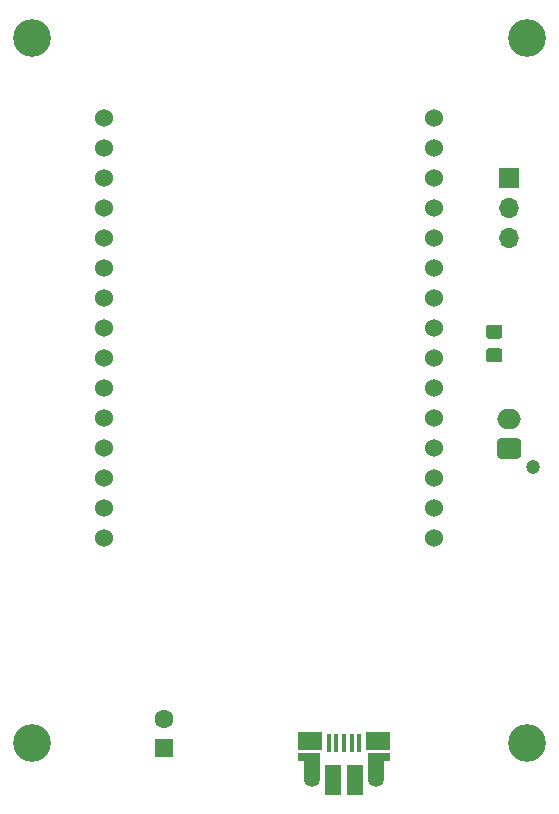
<source format=gts>
%TF.GenerationSoftware,KiCad,Pcbnew,(5.1.10)-1*%
%TF.CreationDate,2021-08-28T03:20:54+08:00*%
%TF.ProjectId,nodemcu_board,6e6f6465-6d63-4755-9f62-6f6172642e6b,rev?*%
%TF.SameCoordinates,Original*%
%TF.FileFunction,Soldermask,Top*%
%TF.FilePolarity,Negative*%
%FSLAX46Y46*%
G04 Gerber Fmt 4.6, Leading zero omitted, Abs format (unit mm)*
G04 Created by KiCad (PCBNEW (5.1.10)-1) date 2021-08-28 03:20:54*
%MOMM*%
%LPD*%
G01*
G04 APERTURE LIST*
%ADD10C,3.200000*%
%ADD11C,1.600000*%
%ADD12R,1.600000X1.600000*%
%ADD13C,1.200000*%
%ADD14O,2.000000X1.700000*%
%ADD15R,1.430000X2.500000*%
%ADD16O,1.350000X1.700000*%
%ADD17O,1.100000X1.500000*%
%ADD18R,0.400000X1.650000*%
%ADD19R,2.000000X1.500000*%
%ADD20R,1.825000X0.700000*%
%ADD21R,1.350000X2.000000*%
%ADD22O,1.700000X1.700000*%
%ADD23R,1.700000X1.700000*%
%ADD24C,1.524000*%
G04 APERTURE END LIST*
D10*
%TO.C,REF\u002A\u002A*%
X121920000Y-64770000D03*
%TD*%
%TO.C,REF\u002A\u002A*%
X163830000Y-64770000D03*
%TD*%
%TO.C,REF\u002A\u002A*%
X121920000Y-124460000D03*
%TD*%
%TO.C,REF\u002A\u002A*%
X163830000Y-124460000D03*
%TD*%
D11*
%TO.C,C1*%
X133096000Y-122388000D03*
D12*
X133096000Y-124888000D03*
%TD*%
D13*
%TO.C,D1*%
X164306000Y-101088000D03*
D14*
X162306000Y-96988000D03*
G36*
G01*
X163056000Y-100338000D02*
X161556000Y-100338000D01*
G75*
G02*
X161306000Y-100088000I0J250000D01*
G01*
X161306000Y-98888000D01*
G75*
G02*
X161556000Y-98638000I250000J0D01*
G01*
X163056000Y-98638000D01*
G75*
G02*
X163306000Y-98888000I0J-250000D01*
G01*
X163306000Y-100088000D01*
G75*
G02*
X163056000Y-100338000I-250000J0D01*
G01*
G37*
%TD*%
D15*
%TO.C,J1*%
X149271000Y-127543000D03*
X147351000Y-127543000D03*
D16*
X151041000Y-127273000D03*
X145581000Y-127273000D03*
D17*
X150731000Y-124273000D03*
X145891000Y-124273000D03*
D18*
X149611000Y-124393000D03*
X148961000Y-124393000D03*
X148311000Y-124393000D03*
X147661000Y-124393000D03*
X147011000Y-124393000D03*
D19*
X151211000Y-124273000D03*
X145461000Y-124293000D03*
D20*
X151311000Y-125593000D03*
X145361000Y-125593000D03*
D21*
X145581000Y-126343000D03*
X151061000Y-126343000D03*
%TD*%
D22*
%TO.C,J2*%
X162306000Y-81708000D03*
X162306000Y-79168000D03*
D23*
X162306000Y-76628000D03*
%TD*%
%TO.C,R1*%
G36*
G01*
X161486001Y-90198000D02*
X160585999Y-90198000D01*
G75*
G02*
X160336000Y-89948001I0J249999D01*
G01*
X160336000Y-89247999D01*
G75*
G02*
X160585999Y-88998000I249999J0D01*
G01*
X161486001Y-88998000D01*
G75*
G02*
X161736000Y-89247999I0J-249999D01*
G01*
X161736000Y-89948001D01*
G75*
G02*
X161486001Y-90198000I-249999J0D01*
G01*
G37*
G36*
G01*
X161486001Y-92198000D02*
X160585999Y-92198000D01*
G75*
G02*
X160336000Y-91948001I0J249999D01*
G01*
X160336000Y-91247999D01*
G75*
G02*
X160585999Y-90998000I249999J0D01*
G01*
X161486001Y-90998000D01*
G75*
G02*
X161736000Y-91247999I0J-249999D01*
G01*
X161736000Y-91948001D01*
G75*
G02*
X161486001Y-92198000I-249999J0D01*
G01*
G37*
%TD*%
D24*
%TO.C,U1*%
X128016000Y-74088000D03*
X128016000Y-76628000D03*
X128016000Y-79168000D03*
X128016000Y-81708000D03*
X128016000Y-84248000D03*
X128016000Y-86788000D03*
X128016000Y-89328000D03*
X128016000Y-91868000D03*
X128016000Y-94408000D03*
X128016000Y-96948000D03*
X128016000Y-99488000D03*
X128016000Y-102028000D03*
X128016000Y-104568000D03*
X128016000Y-107108000D03*
X155956000Y-71548000D03*
X155956000Y-74088000D03*
X155956000Y-76628000D03*
X155956000Y-79168000D03*
X155956000Y-81708000D03*
X155956000Y-84248000D03*
X155956000Y-86788000D03*
X155956000Y-89328000D03*
X155956000Y-91868000D03*
X155956000Y-94408000D03*
X155956000Y-96948000D03*
X155956000Y-99488000D03*
X155956000Y-102028000D03*
X155956000Y-104568000D03*
X155956000Y-107108000D03*
X128016000Y-71548000D03*
%TD*%
M02*

</source>
